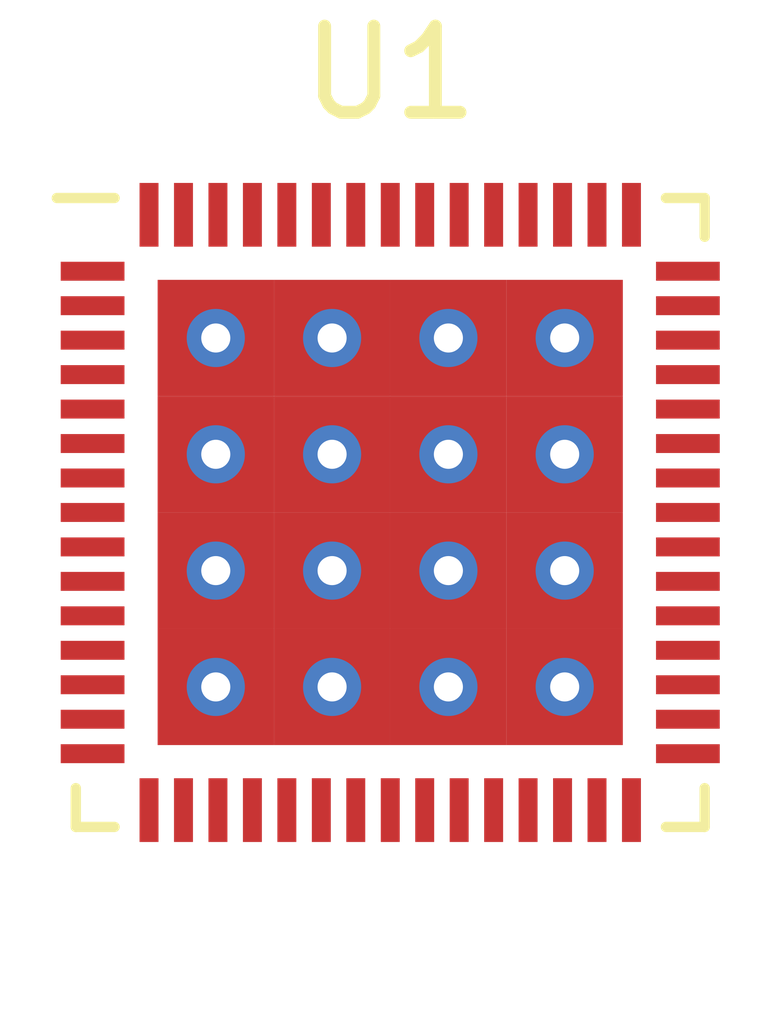
<source format=kicad_pcb>
(kicad_pcb (version 20171130) (host pcbnew "(5.1.4)-1")

  (general
    (thickness 1.6)
    (drawings 0)
    (tracks 0)
    (zones 0)
    (modules 1)
    (nets 52)
  )

  (page A4)
  (layers
    (0 F.Cu signal)
    (31 B.Cu signal)
    (32 B.Adhes user)
    (33 F.Adhes user)
    (34 B.Paste user)
    (35 F.Paste user)
    (36 B.SilkS user)
    (37 F.SilkS user)
    (38 B.Mask user)
    (39 F.Mask user)
    (40 Dwgs.User user)
    (41 Cmts.User user)
    (42 Eco1.User user)
    (43 Eco2.User user)
    (44 Edge.Cuts user)
    (45 Margin user)
    (46 B.CrtYd user)
    (47 F.CrtYd user)
    (48 B.Fab user)
    (49 F.Fab user)
  )

  (setup
    (last_trace_width 0.1)
    (user_trace_width 0.1)
    (trace_clearance 0.2)
    (zone_clearance 0.508)
    (zone_45_only no)
    (trace_min 0.1)
    (via_size 0.8)
    (via_drill 0.4)
    (via_min_size 0.4)
    (via_min_drill 0.3)
    (uvia_size 0.3)
    (uvia_drill 0.1)
    (uvias_allowed no)
    (uvia_min_size 0.2)
    (uvia_min_drill 0.1)
    (edge_width 0.05)
    (segment_width 0.2)
    (pcb_text_width 0.3)
    (pcb_text_size 1.5 1.5)
    (mod_edge_width 0.12)
    (mod_text_size 1 1)
    (mod_text_width 0.15)
    (pad_size 1.524 1.524)
    (pad_drill 0.762)
    (pad_to_mask_clearance 0.051)
    (solder_mask_min_width 0.25)
    (aux_axis_origin 0 0)
    (visible_elements FFFFFF7F)
    (pcbplotparams
      (layerselection 0x010fc_ffffffff)
      (usegerberextensions false)
      (usegerberattributes false)
      (usegerberadvancedattributes false)
      (creategerberjobfile false)
      (excludeedgelayer true)
      (linewidth 0.100000)
      (plotframeref false)
      (viasonmask false)
      (mode 1)
      (useauxorigin false)
      (hpglpennumber 1)
      (hpglpenspeed 20)
      (hpglpendiameter 15.000000)
      (psnegative false)
      (psa4output false)
      (plotreference true)
      (plotvalue true)
      (plotinvisibletext false)
      (padsonsilk false)
      (subtractmaskfromsilk false)
      (outputformat 1)
      (mirror false)
      (drillshape 1)
      (scaleselection 1)
      (outputdirectory ""))
  )

  (net 0 "")
  (net 1 "Net-(R7-Pad2)")
  (net 2 "Net-(R8-Pad2)")
  (net 3 "Net-(R9-Pad2)")
  (net 4 "Net-(R10-Pad2)")
  (net 5 "Net-(R11-Pad2)")
  (net 6 "Net-(U1-Pad55)")
  (net 7 "Net-(R12-Pad2)")
  (net 8 "Net-(R13-Pad2)")
  (net 9 "Net-(R14-Pad2)")
  (net 10 "Net-(R15-Pad2)")
  (net 11 "Net-(R16-Pad2)")
  (net 12 "Net-(R17-Pad2)")
  (net 13 "Net-(R18-Pad2)")
  (net 14 "Net-(R19-Pad2)")
  (net 15 "Net-(R20-Pad2)")
  (net 16 "Net-(R21-Pad2)")
  (net 17 "Net-(R22-Pad2)")
  (net 18 "Net-(R23-Pad2)")
  (net 19 "Net-(R24-Pad2)")
  (net 20 "Net-(R25-Pad2)")
  (net 21 "Net-(R26-Pad2)")
  (net 22 "Net-(R27-Pad2)")
  (net 23 "Net-(R28-Pad2)")
  (net 24 "Net-(R29-Pad2)")
  (net 25 "Net-(U1-Pad36)")
  (net 26 "Net-(R30-Pad2)")
  (net 27 "Net-(R31-Pad2)")
  (net 28 "Net-(R32-Pad2)")
  (net 29 "Net-(R33-Pad2)")
  (net 30 "Net-(R34-Pad2)")
  (net 31 "Net-(R35-Pad2)")
  (net 32 "Net-(R36-Pad2)")
  (net 33 "Net-(R37-Pad2)")
  (net 34 "Net-(R38-Pad2)")
  (net 35 "Net-(R39-Pad2)")
  (net 36 "Net-(U1-Pad25)")
  (net 37 "Net-(U1-Pad15)")
  (net 38 "Net-(U1-Pad14)")
  (net 39 "Net-(U1-Pad13)")
  (net 40 "Net-(U1-Pad12)")
  (net 41 "Net-(U1-Pad11)")
  (net 42 "Net-(U1-Pad10)")
  (net 43 "Net-(D100-Pad2)")
  (net 44 "Net-(D118-Pad2)")
  (net 45 "Net-(D157-Pad2)")
  (net 46 "Net-(R1-Pad2)")
  (net 47 "Net-(R2-Pad2)")
  (net 48 "Net-(R3-Pad2)")
  (net 49 "Net-(R4-Pad2)")
  (net 50 "Net-(R5-Pad2)")
  (net 51 "Net-(R6-Pad2)")

  (net_class Default "This is the default net class."
    (clearance 0.2)
    (trace_width 0.25)
    (via_dia 0.8)
    (via_drill 0.4)
    (uvia_dia 0.3)
    (uvia_drill 0.1)
    (add_net "Net-(D100-Pad2)")
    (add_net "Net-(D118-Pad2)")
    (add_net "Net-(D157-Pad2)")
    (add_net "Net-(R1-Pad2)")
    (add_net "Net-(R10-Pad2)")
    (add_net "Net-(R11-Pad2)")
    (add_net "Net-(R12-Pad2)")
    (add_net "Net-(R13-Pad2)")
    (add_net "Net-(R14-Pad2)")
    (add_net "Net-(R15-Pad2)")
    (add_net "Net-(R16-Pad2)")
    (add_net "Net-(R17-Pad2)")
    (add_net "Net-(R18-Pad2)")
    (add_net "Net-(R19-Pad2)")
    (add_net "Net-(R2-Pad2)")
    (add_net "Net-(R20-Pad2)")
    (add_net "Net-(R21-Pad2)")
    (add_net "Net-(R22-Pad2)")
    (add_net "Net-(R23-Pad2)")
    (add_net "Net-(R24-Pad2)")
    (add_net "Net-(R25-Pad2)")
    (add_net "Net-(R26-Pad2)")
    (add_net "Net-(R27-Pad2)")
    (add_net "Net-(R28-Pad2)")
    (add_net "Net-(R29-Pad2)")
    (add_net "Net-(R3-Pad2)")
    (add_net "Net-(R30-Pad2)")
    (add_net "Net-(R31-Pad2)")
    (add_net "Net-(R32-Pad2)")
    (add_net "Net-(R33-Pad2)")
    (add_net "Net-(R34-Pad2)")
    (add_net "Net-(R35-Pad2)")
    (add_net "Net-(R36-Pad2)")
    (add_net "Net-(R37-Pad2)")
    (add_net "Net-(R38-Pad2)")
    (add_net "Net-(R39-Pad2)")
    (add_net "Net-(R4-Pad2)")
    (add_net "Net-(R5-Pad2)")
    (add_net "Net-(R6-Pad2)")
    (add_net "Net-(R7-Pad2)")
    (add_net "Net-(R8-Pad2)")
    (add_net "Net-(R9-Pad2)")
    (add_net "Net-(U1-Pad10)")
    (add_net "Net-(U1-Pad11)")
    (add_net "Net-(U1-Pad12)")
    (add_net "Net-(U1-Pad13)")
    (add_net "Net-(U1-Pad14)")
    (add_net "Net-(U1-Pad15)")
    (add_net "Net-(U1-Pad25)")
    (add_net "Net-(U1-Pad36)")
    (add_net "Net-(U1-Pad55)")
  )

  (module Logan:QFN-60_EP_7x7_Pitch0.4mm (layer F.Cu) (tedit 0) (tstamp 5EA8B676)
    (at 81.375001 56.875001)
    (path /5EA4BE7F)
    (attr smd)
    (fp_text reference U1 (at 0 -5.1) (layer F.SilkS)
      (effects (font (size 1 1) (thickness 0.15)))
    )
    (fp_text value IS31FL3741 (at 0 5.1) (layer F.Fab)
      (effects (font (size 1 1) (thickness 0.15)))
    )
    (fp_line (start -4.1 4.1) (end -4.1 -4.1) (layer F.CrtYd) (width 0.05))
    (fp_line (start 4.1 4.1) (end -4.1 4.1) (layer F.CrtYd) (width 0.05))
    (fp_line (start 4.1 -4.1) (end 4.1 4.1) (layer F.CrtYd) (width 0.05))
    (fp_line (start -4.1 -4.1) (end 4.1 -4.1) (layer F.CrtYd) (width 0.05))
    (fp_line (start -3.2 -3.65) (end -3.87 -3.65) (layer F.SilkS) (width 0.12))
    (fp_line (start -3.65 3.65) (end -3.65 3.2) (layer F.SilkS) (width 0.12))
    (fp_line (start -3.2 3.65) (end -3.65 3.65) (layer F.SilkS) (width 0.12))
    (fp_line (start 3.65 3.65) (end 3.65 3.2) (layer F.SilkS) (width 0.12))
    (fp_line (start 3.2 3.65) (end 3.65 3.65) (layer F.SilkS) (width 0.12))
    (fp_line (start 3.65 -3.65) (end 3.65 -3.2) (layer F.SilkS) (width 0.12))
    (fp_line (start 3.2 -3.65) (end 3.65 -3.65) (layer F.SilkS) (width 0.12))
    (fp_line (start 3.5 -3.5) (end -2.5 -3.5) (layer F.Fab) (width 0.15))
    (fp_line (start 3.5 3.5) (end 3.5 -3.5) (layer F.Fab) (width 0.15))
    (fp_line (start -3.5 3.5) (end 3.5 3.5) (layer F.Fab) (width 0.15))
    (fp_line (start -3.5 -2.5) (end -3.5 3.5) (layer F.Fab) (width 0.15))
    (fp_line (start -2.5 -3.5) (end -3.5 -2.5) (layer F.Fab) (width 0.15))
    (pad 61 thru_hole circle (at 2.025 2.025) (size 0.675 0.675) (drill 0.3375) (layers *.Cu *.Mask))
    (pad 61 thru_hole circle (at 2.025 0.675) (size 0.675 0.675) (drill 0.3375) (layers *.Cu *.Mask))
    (pad 61 thru_hole circle (at 2.025 -0.675) (size 0.675 0.675) (drill 0.3375) (layers *.Cu *.Mask))
    (pad 61 thru_hole circle (at 2.025 -2.025) (size 0.675 0.675) (drill 0.3375) (layers *.Cu *.Mask))
    (pad 61 thru_hole circle (at 0.675 2.025) (size 0.675 0.675) (drill 0.3375) (layers *.Cu *.Mask))
    (pad 61 thru_hole circle (at 0.675 0.675) (size 0.675 0.675) (drill 0.3375) (layers *.Cu *.Mask))
    (pad 61 thru_hole circle (at 0.675 -0.675) (size 0.675 0.675) (drill 0.3375) (layers *.Cu *.Mask))
    (pad 61 thru_hole circle (at 0.675 -2.025) (size 0.675 0.675) (drill 0.3375) (layers *.Cu *.Mask))
    (pad 61 thru_hole circle (at -0.675 2.025) (size 0.675 0.675) (drill 0.3375) (layers *.Cu *.Mask))
    (pad 61 thru_hole circle (at -0.675 0.675) (size 0.675 0.675) (drill 0.3375) (layers *.Cu *.Mask))
    (pad 61 thru_hole circle (at -0.675 -0.675) (size 0.675 0.675) (drill 0.3375) (layers *.Cu *.Mask))
    (pad 61 thru_hole circle (at -0.675 -2.025) (size 0.675 0.675) (drill 0.3375) (layers *.Cu *.Mask))
    (pad 61 thru_hole circle (at -2.025 2.025) (size 0.675 0.675) (drill 0.3375) (layers *.Cu *.Mask))
    (pad 61 thru_hole circle (at -2.025 0.675) (size 0.675 0.675) (drill 0.3375) (layers *.Cu *.Mask))
    (pad 61 thru_hole circle (at -2.025 -0.675) (size 0.675 0.675) (drill 0.3375) (layers *.Cu *.Mask))
    (pad 61 thru_hole circle (at -2.025 -2.025) (size 0.675 0.675) (drill 0.3375) (layers *.Cu *.Mask))
    (pad 61 smd rect (at 2.025 2.025) (size 1.35 1.35) (layers F.Cu F.Paste F.Mask)
      (solder_paste_margin -0.75))
    (pad 61 smd rect (at 2.025 0.675) (size 1.35 1.35) (layers F.Cu F.Paste F.Mask)
      (solder_paste_margin -0.75))
    (pad 61 smd rect (at 2.025 -0.675) (size 1.35 1.35) (layers F.Cu F.Paste F.Mask)
      (solder_paste_margin -0.75))
    (pad 61 smd rect (at 2.025 -2.025) (size 1.35 1.35) (layers F.Cu F.Paste F.Mask)
      (solder_paste_margin -0.75))
    (pad 61 smd rect (at 0.675 2.025) (size 1.35 1.35) (layers F.Cu F.Paste F.Mask)
      (solder_paste_margin -0.75))
    (pad 61 smd rect (at 0.675 0.675) (size 1.35 1.35) (layers F.Cu F.Paste F.Mask)
      (solder_paste_margin -0.75))
    (pad 61 smd rect (at 0.675 -0.675) (size 1.35 1.35) (layers F.Cu F.Paste F.Mask)
      (solder_paste_margin -0.75))
    (pad 61 smd rect (at 0.675 -2.025) (size 1.35 1.35) (layers F.Cu F.Paste F.Mask)
      (solder_paste_margin -0.75))
    (pad 61 smd rect (at -0.675 2.025) (size 1.35 1.35) (layers F.Cu F.Paste F.Mask)
      (solder_paste_margin -0.75))
    (pad 61 smd rect (at -0.675 0.675) (size 1.35 1.35) (layers F.Cu F.Paste F.Mask)
      (solder_paste_margin -0.75))
    (pad 61 smd rect (at -0.675 -0.675) (size 1.35 1.35) (layers F.Cu F.Paste F.Mask)
      (solder_paste_margin -0.75))
    (pad 61 smd rect (at -0.675 -2.025) (size 1.35 1.35) (layers F.Cu F.Paste F.Mask)
      (solder_paste_margin -0.75))
    (pad 61 smd rect (at -2.025 2.025) (size 1.35 1.35) (layers F.Cu F.Paste F.Mask)
      (solder_paste_margin -0.75))
    (pad 61 smd rect (at -2.025 0.675) (size 1.35 1.35) (layers F.Cu F.Paste F.Mask)
      (solder_paste_margin -0.75))
    (pad 61 smd rect (at -2.025 -0.675) (size 1.35 1.35) (layers F.Cu F.Paste F.Mask)
      (solder_paste_margin -0.75))
    (pad 61 smd rect (at -2.025 -2.025) (size 1.35 1.35) (layers F.Cu F.Paste F.Mask)
      (solder_paste_margin -0.75))
    (pad 60 smd rect (at -2.8 -3.455) (size 0.22 0.74) (layers F.Cu F.Paste F.Mask)
      (net 1 "Net-(R7-Pad2)"))
    (pad 59 smd rect (at -2.4 -3.455) (size 0.22 0.74) (layers F.Cu F.Paste F.Mask)
      (net 2 "Net-(R8-Pad2)"))
    (pad 58 smd rect (at -2 -3.455) (size 0.22 0.74) (layers F.Cu F.Paste F.Mask)
      (net 3 "Net-(R9-Pad2)"))
    (pad 57 smd rect (at -1.6 -3.455) (size 0.22 0.74) (layers F.Cu F.Paste F.Mask)
      (net 4 "Net-(R10-Pad2)"))
    (pad 56 smd rect (at -1.2 -3.455) (size 0.22 0.74) (layers F.Cu F.Paste F.Mask)
      (net 5 "Net-(R11-Pad2)"))
    (pad 55 smd rect (at -0.8 -3.455) (size 0.22 0.74) (layers F.Cu F.Paste F.Mask)
      (net 6 "Net-(U1-Pad55)"))
    (pad 54 smd rect (at -0.4 -3.455) (size 0.22 0.74) (layers F.Cu F.Paste F.Mask)
      (net 7 "Net-(R12-Pad2)"))
    (pad 53 smd rect (at 0 -3.455) (size 0.22 0.74) (layers F.Cu F.Paste F.Mask)
      (net 8 "Net-(R13-Pad2)"))
    (pad 52 smd rect (at 0.4 -3.455) (size 0.22 0.74) (layers F.Cu F.Paste F.Mask)
      (net 9 "Net-(R14-Pad2)"))
    (pad 51 smd rect (at 0.8 -3.455) (size 0.22 0.74) (layers F.Cu F.Paste F.Mask)
      (net 10 "Net-(R15-Pad2)"))
    (pad 50 smd rect (at 1.2 -3.455) (size 0.22 0.74) (layers F.Cu F.Paste F.Mask)
      (net 11 "Net-(R16-Pad2)"))
    (pad 49 smd rect (at 1.6 -3.455) (size 0.22 0.74) (layers F.Cu F.Paste F.Mask)
      (net 12 "Net-(R17-Pad2)"))
    (pad 48 smd rect (at 2 -3.455) (size 0.22 0.74) (layers F.Cu F.Paste F.Mask)
      (net 13 "Net-(R18-Pad2)"))
    (pad 47 smd rect (at 2.4 -3.455) (size 0.22 0.74) (layers F.Cu F.Paste F.Mask)
      (net 14 "Net-(R19-Pad2)"))
    (pad 46 smd rect (at 2.8 -3.455) (size 0.22 0.74) (layers F.Cu F.Paste F.Mask)
      (net 15 "Net-(R20-Pad2)"))
    (pad 45 smd rect (at 3.455 -2.8 90) (size 0.22 0.74) (layers F.Cu F.Paste F.Mask)
      (net 16 "Net-(R21-Pad2)"))
    (pad 44 smd rect (at 3.455 -2.4 90) (size 0.22 0.74) (layers F.Cu F.Paste F.Mask)
      (net 17 "Net-(R22-Pad2)"))
    (pad 43 smd rect (at 3.455 -2 90) (size 0.22 0.74) (layers F.Cu F.Paste F.Mask)
      (net 18 "Net-(R23-Pad2)"))
    (pad 42 smd rect (at 3.455 -1.6 90) (size 0.22 0.74) (layers F.Cu F.Paste F.Mask)
      (net 19 "Net-(R24-Pad2)"))
    (pad 41 smd rect (at 3.455 -1.2 90) (size 0.22 0.74) (layers F.Cu F.Paste F.Mask)
      (net 20 "Net-(R25-Pad2)"))
    (pad 40 smd rect (at 3.455 -0.8 90) (size 0.22 0.74) (layers F.Cu F.Paste F.Mask)
      (net 21 "Net-(R26-Pad2)"))
    (pad 39 smd rect (at 3.455 -0.4 90) (size 0.22 0.74) (layers F.Cu F.Paste F.Mask)
      (net 22 "Net-(R27-Pad2)"))
    (pad 38 smd rect (at 3.455 0 90) (size 0.22 0.74) (layers F.Cu F.Paste F.Mask)
      (net 23 "Net-(R28-Pad2)"))
    (pad 37 smd rect (at 3.455 0.4 90) (size 0.22 0.74) (layers F.Cu F.Paste F.Mask)
      (net 24 "Net-(R29-Pad2)"))
    (pad 36 smd rect (at 3.455 0.8 90) (size 0.22 0.74) (layers F.Cu F.Paste F.Mask)
      (net 25 "Net-(U1-Pad36)"))
    (pad 35 smd rect (at 3.455 1.2 90) (size 0.22 0.74) (layers F.Cu F.Paste F.Mask)
      (net 26 "Net-(R30-Pad2)"))
    (pad 34 smd rect (at 3.455 1.6 90) (size 0.22 0.74) (layers F.Cu F.Paste F.Mask)
      (net 27 "Net-(R31-Pad2)"))
    (pad 33 smd rect (at 3.455 2 90) (size 0.22 0.74) (layers F.Cu F.Paste F.Mask)
      (net 28 "Net-(R32-Pad2)"))
    (pad 32 smd rect (at 3.455 2.4 90) (size 0.22 0.74) (layers F.Cu F.Paste F.Mask)
      (net 29 "Net-(R33-Pad2)"))
    (pad 31 smd rect (at 3.455 2.8 90) (size 0.22 0.74) (layers F.Cu F.Paste F.Mask)
      (net 30 "Net-(R34-Pad2)"))
    (pad 30 smd rect (at 2.8 3.455) (size 0.22 0.74) (layers F.Cu F.Paste F.Mask)
      (net 31 "Net-(R35-Pad2)"))
    (pad 29 smd rect (at 2.4 3.455) (size 0.22 0.74) (layers F.Cu F.Paste F.Mask)
      (net 32 "Net-(R36-Pad2)"))
    (pad 28 smd rect (at 2 3.455) (size 0.22 0.74) (layers F.Cu F.Paste F.Mask)
      (net 33 "Net-(R37-Pad2)"))
    (pad 27 smd rect (at 1.6 3.455) (size 0.22 0.74) (layers F.Cu F.Paste F.Mask)
      (net 34 "Net-(R38-Pad2)"))
    (pad 26 smd rect (at 1.2 3.455) (size 0.22 0.74) (layers F.Cu F.Paste F.Mask)
      (net 35 "Net-(R39-Pad2)"))
    (pad 25 smd rect (at 0.8 3.455) (size 0.22 0.74) (layers F.Cu F.Paste F.Mask)
      (net 36 "Net-(U1-Pad25)"))
    (pad 24 smd rect (at 0.4 3.455) (size 0.22 0.74) (layers F.Cu F.Paste F.Mask))
    (pad 23 smd rect (at 0 3.455) (size 0.22 0.74) (layers F.Cu F.Paste F.Mask))
    (pad 22 smd rect (at -0.4 3.455) (size 0.22 0.74) (layers F.Cu F.Paste F.Mask))
    (pad 21 smd rect (at -0.8 3.455) (size 0.22 0.74) (layers F.Cu F.Paste F.Mask))
    (pad 20 smd rect (at -1.2 3.455) (size 0.22 0.74) (layers F.Cu F.Paste F.Mask))
    (pad 19 smd rect (at -1.6 3.455) (size 0.22 0.74) (layers F.Cu F.Paste F.Mask))
    (pad 18 smd rect (at -2 3.455) (size 0.22 0.74) (layers F.Cu F.Paste F.Mask))
    (pad 17 smd rect (at -2.4 3.455) (size 0.22 0.74) (layers F.Cu F.Paste F.Mask))
    (pad 16 smd rect (at -2.8 3.455) (size 0.22 0.74) (layers F.Cu F.Paste F.Mask))
    (pad 15 smd rect (at -3.455 2.8 90) (size 0.22 0.74) (layers F.Cu F.Paste F.Mask)
      (net 37 "Net-(U1-Pad15)"))
    (pad 14 smd rect (at -3.455 2.4 90) (size 0.22 0.74) (layers F.Cu F.Paste F.Mask)
      (net 38 "Net-(U1-Pad14)"))
    (pad 13 smd rect (at -3.455 2 90) (size 0.22 0.74) (layers F.Cu F.Paste F.Mask)
      (net 39 "Net-(U1-Pad13)"))
    (pad 12 smd rect (at -3.455 1.6 90) (size 0.22 0.74) (layers F.Cu F.Paste F.Mask)
      (net 40 "Net-(U1-Pad12)"))
    (pad 11 smd rect (at -3.455 1.2 90) (size 0.22 0.74) (layers F.Cu F.Paste F.Mask)
      (net 41 "Net-(U1-Pad11)"))
    (pad 10 smd rect (at -3.455 0.8 90) (size 0.22 0.74) (layers F.Cu F.Paste F.Mask)
      (net 42 "Net-(U1-Pad10)"))
    (pad 9 smd rect (at -3.455 0.4 90) (size 0.22 0.74) (layers F.Cu F.Paste F.Mask)
      (net 43 "Net-(D100-Pad2)"))
    (pad 8 smd rect (at -3.455 0 90) (size 0.22 0.74) (layers F.Cu F.Paste F.Mask)
      (net 44 "Net-(D118-Pad2)"))
    (pad 7 smd rect (at -3.455 -0.4 90) (size 0.22 0.74) (layers F.Cu F.Paste F.Mask)
      (net 45 "Net-(D157-Pad2)"))
    (pad 6 smd rect (at -3.455 -0.8 90) (size 0.22 0.74) (layers F.Cu F.Paste F.Mask)
      (net 46 "Net-(R1-Pad2)"))
    (pad 5 smd rect (at -3.455 -1.2 90) (size 0.22 0.74) (layers F.Cu F.Paste F.Mask)
      (net 47 "Net-(R2-Pad2)"))
    (pad 4 smd rect (at -3.455 -1.6 90) (size 0.22 0.74) (layers F.Cu F.Paste F.Mask)
      (net 48 "Net-(R3-Pad2)"))
    (pad 3 smd rect (at -3.455 -2 90) (size 0.22 0.74) (layers F.Cu F.Paste F.Mask)
      (net 49 "Net-(R4-Pad2)"))
    (pad 2 smd rect (at -3.455 -2.4 90) (size 0.22 0.74) (layers F.Cu F.Paste F.Mask)
      (net 50 "Net-(R5-Pad2)"))
    (pad 1 smd rect (at -3.455 -2.8 90) (size 0.22 0.74) (layers F.Cu F.Paste F.Mask)
      (net 51 "Net-(R6-Pad2)"))
  )

)

</source>
